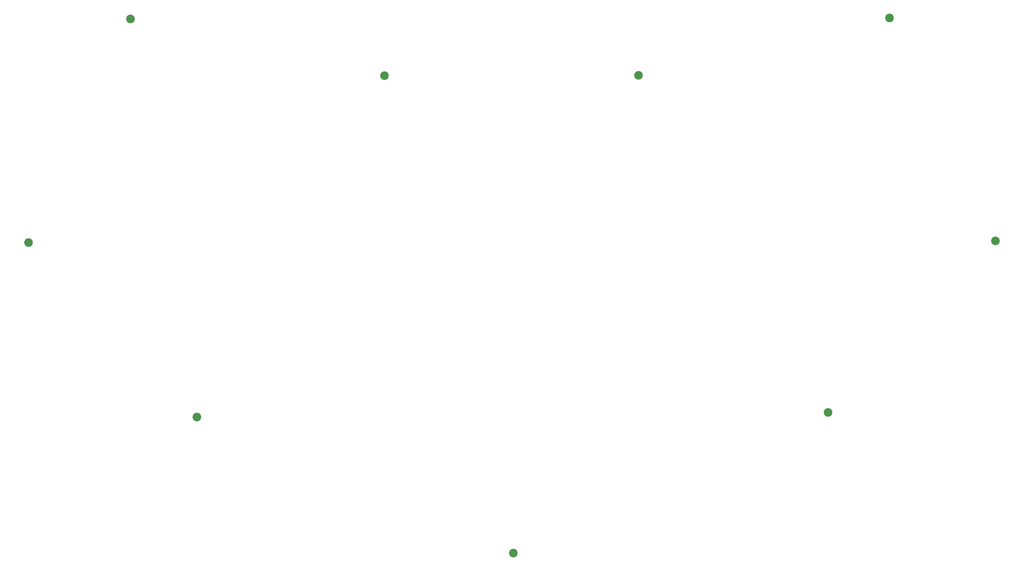
<source format=gbr>
%TF.GenerationSoftware,KiCad,Pcbnew,(5.1.10)-1*%
%TF.CreationDate,2021-09-18T02:39:17-07:00*%
%TF.ProjectId,barobord-bottomplate-outside-pcb,6261726f-626f-4726-942d-626f74746f6d,rev?*%
%TF.SameCoordinates,Original*%
%TF.FileFunction,Soldermask,Bot*%
%TF.FilePolarity,Negative*%
%FSLAX46Y46*%
G04 Gerber Fmt 4.6, Leading zero omitted, Abs format (unit mm)*
G04 Created by KiCad (PCBNEW (5.1.10)-1) date 2021-09-18 02:39:17*
%MOMM*%
%LPD*%
G01*
G04 APERTURE LIST*
%ADD10C,2.200000*%
G04 APERTURE END LIST*
D10*
%TO.C,REF\u002A\u002A*%
X178472593Y-40198404D03*
%TD*%
%TO.C,REF\u002A\u002A*%
X242522593Y-25558404D03*
%TD*%
%TO.C,REF\u002A\u002A*%
X269522593Y-82438404D03*
%TD*%
%TO.C,REF\u002A\u002A*%
X226862593Y-126248404D03*
%TD*%
%TO.C,REF\u002A\u002A*%
X146582593Y-162128404D03*
%TD*%
%TO.C,REF\u002A\u002A*%
X65942593Y-127448404D03*
%TD*%
%TO.C,REF\u002A\u002A*%
X23012593Y-82918404D03*
%TD*%
%TO.C,REF\u002A\u002A*%
X48972593Y-25838404D03*
%TD*%
%TO.C,REF\u002A\u002A*%
X113722593Y-40278404D03*
%TD*%
M02*

</source>
